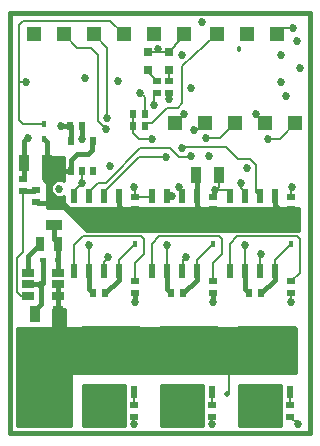
<source format=gtl>
G04 (created by PCBNEW-RS274X (2012-01-19 BZR 3256)-stable) date 9/11/2012 4:45:41 AM*
G01*
G70*
G90*
%MOIN*%
G04 Gerber Fmt 3.4, Leading zero omitted, Abs format*
%FSLAX34Y34*%
G04 APERTURE LIST*
%ADD10C,0.001000*%
%ADD11C,0.015000*%
%ADD12R,0.050000X0.050000*%
%ADD13R,0.020000X0.030000*%
%ADD14R,0.035000X0.055000*%
%ADD15R,0.055000X0.035000*%
%ADD16R,0.019700X0.015700*%
%ADD17R,0.015700X0.019700*%
%ADD18R,0.025000X0.045000*%
%ADD19R,0.020000X0.045000*%
%ADD20R,0.039400X0.027600*%
%ADD21R,0.031000X0.031000*%
%ADD22R,0.196900X0.161400*%
%ADD23R,0.019700X0.041300*%
%ADD24R,0.025000X0.020000*%
%ADD25R,0.020000X0.025000*%
%ADD26C,0.027000*%
%ADD27C,0.020000*%
%ADD28C,0.018000*%
%ADD29C,0.007000*%
%ADD30C,0.008000*%
%ADD31C,0.010000*%
G04 APERTURE END LIST*
G54D10*
G54D11*
X44016Y-40961D02*
X44016Y-54961D01*
X54016Y-40961D02*
X44016Y-40961D01*
X54016Y-54961D02*
X54016Y-40961D01*
X44016Y-54961D02*
X54016Y-54961D01*
G54D12*
X53516Y-44611D03*
X52516Y-44611D03*
X51516Y-44611D03*
X50516Y-44611D03*
X49516Y-44611D03*
X49816Y-41661D03*
X48816Y-41661D03*
X47816Y-41661D03*
X46816Y-41661D03*
X45816Y-41661D03*
X44816Y-41661D03*
X50916Y-41661D03*
X51916Y-41661D03*
X52916Y-41661D03*
G54D13*
X46041Y-46211D03*
X46791Y-46211D03*
X46041Y-45211D03*
X46416Y-46211D03*
X46791Y-45211D03*
G54D14*
X50221Y-46361D03*
X50971Y-46361D03*
X45241Y-45961D03*
X44491Y-45961D03*
G54D15*
X45496Y-48036D03*
X45496Y-47286D03*
G54D14*
X45611Y-50981D03*
X44861Y-50981D03*
G54D16*
X45120Y-49181D03*
X45632Y-49181D03*
G54D17*
X53400Y-48144D03*
X53400Y-48656D03*
X50800Y-48144D03*
X50800Y-48656D03*
X48200Y-48144D03*
X48200Y-48656D03*
X45166Y-44655D03*
X45166Y-45167D03*
G54D18*
X45036Y-48641D03*
X45636Y-48641D03*
G54D19*
X47650Y-49550D03*
X47150Y-49550D03*
X46650Y-49550D03*
X46150Y-49550D03*
X46150Y-47050D03*
X46650Y-47050D03*
X47150Y-47050D03*
X47650Y-47050D03*
X50250Y-49550D03*
X49750Y-49550D03*
X49250Y-49550D03*
X48750Y-49550D03*
X48750Y-47050D03*
X49250Y-47050D03*
X49750Y-47050D03*
X50250Y-47050D03*
X52850Y-49550D03*
X52350Y-49550D03*
X51850Y-49550D03*
X51350Y-49550D03*
X51350Y-47050D03*
X51850Y-47050D03*
X52350Y-47050D03*
X52850Y-47050D03*
G54D20*
X45616Y-49626D03*
X45616Y-50001D03*
X45616Y-50376D03*
X44616Y-50376D03*
X44616Y-50001D03*
X44616Y-49626D03*
G54D21*
X49316Y-42861D03*
X49316Y-42261D03*
X48616Y-42861D03*
X48616Y-42261D03*
G54D22*
X47400Y-52200D03*
G54D23*
X46652Y-53598D03*
X47144Y-53598D03*
X47656Y-53598D03*
X48148Y-53598D03*
G54D22*
X50000Y-52200D03*
G54D23*
X49252Y-53598D03*
X49744Y-53598D03*
X50256Y-53598D03*
X50748Y-53598D03*
G54D22*
X52600Y-52200D03*
G54D23*
X51852Y-53598D03*
X52344Y-53598D03*
X52856Y-53598D03*
X53348Y-53598D03*
G54D24*
X50800Y-47500D03*
X50800Y-47100D03*
X44456Y-46901D03*
X44456Y-46501D03*
X44896Y-47241D03*
X44896Y-46841D03*
G54D25*
X48116Y-44311D03*
X48516Y-44311D03*
G54D24*
X49316Y-43211D03*
X49316Y-43611D03*
X48916Y-43211D03*
X48916Y-43611D03*
G54D25*
X48116Y-44711D03*
X48516Y-44711D03*
G54D24*
X53400Y-47500D03*
X53400Y-47100D03*
X48200Y-47500D03*
X48200Y-47100D03*
X53400Y-50300D03*
X53400Y-49900D03*
X53366Y-54011D03*
X53366Y-54411D03*
X50800Y-50300D03*
X50800Y-49900D03*
X50766Y-54011D03*
X50766Y-54411D03*
X48200Y-50300D03*
X48200Y-49900D03*
X48166Y-54011D03*
X48166Y-54411D03*
G54D25*
X46016Y-44711D03*
X46416Y-44711D03*
X47200Y-50300D03*
X46800Y-50300D03*
X49800Y-50300D03*
X49400Y-50300D03*
X52400Y-50300D03*
X52000Y-50300D03*
G54D26*
X50066Y-43461D03*
X47366Y-46061D03*
X45666Y-46811D03*
X45716Y-44711D03*
X52616Y-45161D03*
X50666Y-45711D03*
X47616Y-43211D03*
X44566Y-43261D03*
G54D27*
X51266Y-53661D03*
G54D26*
X53216Y-43711D03*
X49216Y-45761D03*
X50066Y-45711D03*
X49666Y-46761D03*
X49416Y-47061D03*
X49766Y-45461D03*
X51716Y-46621D03*
X48766Y-45161D03*
X47266Y-44461D03*
X47216Y-44811D03*
X52216Y-44311D03*
X53066Y-43261D03*
X49766Y-42361D03*
X50866Y-46861D03*
X51916Y-46111D03*
X48166Y-46761D03*
X46416Y-46611D03*
X48366Y-43611D03*
X53416Y-46761D03*
X53066Y-42361D03*
X53450Y-41450D03*
X48966Y-42161D03*
X46416Y-45161D03*
X44616Y-45111D03*
X50416Y-41261D03*
X45066Y-50011D03*
X46516Y-43111D03*
X49316Y-43811D03*
X48816Y-44011D03*
X53400Y-50600D03*
X52400Y-49000D03*
X53616Y-54661D03*
X50800Y-50600D03*
X49900Y-49100D03*
X50766Y-54661D03*
X48200Y-50600D03*
X47300Y-49100D03*
X48166Y-54661D03*
X49816Y-44311D03*
X47166Y-54561D03*
X47766Y-54561D03*
X46566Y-54561D03*
X46566Y-54261D03*
X46866Y-54561D03*
X46866Y-54261D03*
X46566Y-53961D03*
X46866Y-53961D03*
X47166Y-53961D03*
X47466Y-53961D03*
X47166Y-54261D03*
X47766Y-53961D03*
X47766Y-54261D03*
X47466Y-54261D03*
X46650Y-48700D03*
X47466Y-54561D03*
G54D28*
X51666Y-42161D03*
G54D26*
X50066Y-53961D03*
X49166Y-54261D03*
X49166Y-54561D03*
X49466Y-54261D03*
X49766Y-54561D03*
X50066Y-54561D03*
X50366Y-54561D03*
X49466Y-54561D03*
X49166Y-53961D03*
X49466Y-53961D03*
X49766Y-53961D03*
X49766Y-54261D03*
X50366Y-53961D03*
X50366Y-54261D03*
X50066Y-54261D03*
X49250Y-48700D03*
X53600Y-41900D03*
X52666Y-54561D03*
X52966Y-54561D03*
X52666Y-53961D03*
X52066Y-54561D03*
X51766Y-54561D03*
X51766Y-53961D03*
X51766Y-54261D03*
X52966Y-53961D03*
X52966Y-54261D03*
X52666Y-54261D03*
X52366Y-54261D03*
X52066Y-54261D03*
X52366Y-53961D03*
X52066Y-53961D03*
X52366Y-54561D03*
X51850Y-48700D03*
X53700Y-42800D03*
X50166Y-44861D03*
X50566Y-45111D03*
G54D11*
X44470Y-46864D02*
X44456Y-46878D01*
G54D29*
X48493Y-44711D02*
X48493Y-44684D01*
G54D11*
X46041Y-44736D02*
X46016Y-44711D01*
X46016Y-44711D02*
X45716Y-44711D01*
G54D30*
X53066Y-45111D02*
X53516Y-44611D01*
X53016Y-45161D02*
X53066Y-45111D01*
X52616Y-45161D02*
X53016Y-45161D01*
G54D11*
X46041Y-45211D02*
X46041Y-44736D01*
G54D30*
X45166Y-44655D02*
X44460Y-44655D01*
X44316Y-43261D02*
X44316Y-41361D01*
X46866Y-41211D02*
X47366Y-41211D01*
X44466Y-41211D02*
X46866Y-41211D01*
X44316Y-41361D02*
X44466Y-41211D01*
X44316Y-43261D02*
X44566Y-43261D01*
X44316Y-44511D02*
X44316Y-43261D01*
X47366Y-41211D02*
X47816Y-41661D01*
X44460Y-44655D02*
X44316Y-44511D01*
G54D11*
X52850Y-47050D02*
X52856Y-47056D01*
X46041Y-46211D02*
X45491Y-46211D01*
X45241Y-45242D02*
X45166Y-45167D01*
X50250Y-47050D02*
X50250Y-47375D01*
X46766Y-45236D02*
X46766Y-45461D01*
X50352Y-47477D02*
X50800Y-47477D01*
X48200Y-47477D02*
X48200Y-48144D01*
X46616Y-45661D02*
X46266Y-45661D01*
X47650Y-47375D02*
X47752Y-47477D01*
X50800Y-47477D02*
X50800Y-48144D01*
X47752Y-47477D02*
X48200Y-47477D01*
X46791Y-45211D02*
X46766Y-45236D01*
X50250Y-47375D02*
X50352Y-47477D01*
X52972Y-47477D02*
X53400Y-47477D01*
X52856Y-47056D02*
X52856Y-47361D01*
X46766Y-45511D02*
X46616Y-45661D01*
X50221Y-46361D02*
X50250Y-46390D01*
X46066Y-46186D02*
X46041Y-46211D01*
X46766Y-45461D02*
X46766Y-45511D01*
X46266Y-45661D02*
X46066Y-45861D01*
X44896Y-47241D02*
X44941Y-47286D01*
X44941Y-47286D02*
X45496Y-47286D01*
X45491Y-46211D02*
X45241Y-45961D01*
X50250Y-46390D02*
X50250Y-47050D01*
X52856Y-47361D02*
X52972Y-47477D01*
X47650Y-47050D02*
X47650Y-47375D01*
X53400Y-47477D02*
X53400Y-48144D01*
X45241Y-45961D02*
X45241Y-45242D01*
X46066Y-45861D02*
X46066Y-46186D01*
X45616Y-50376D02*
X45616Y-50001D01*
G54D30*
X51316Y-52211D02*
X51316Y-53611D01*
X52600Y-52200D02*
X52589Y-52211D01*
X51316Y-53611D02*
X51266Y-53661D01*
G54D11*
X45611Y-50981D02*
X45611Y-50381D01*
X45611Y-50381D02*
X45616Y-50376D01*
G54D30*
X52589Y-52211D02*
X51316Y-52211D01*
X48316Y-45761D02*
X49216Y-45761D01*
X47150Y-46927D02*
X48316Y-45761D01*
X47150Y-47050D02*
X47150Y-46927D01*
G54D29*
X47150Y-46900D02*
X47150Y-47050D01*
X46966Y-46611D02*
X47216Y-46611D01*
G54D30*
X48366Y-45461D02*
X49366Y-45461D01*
X47616Y-46211D02*
X48066Y-45761D01*
X48066Y-45761D02*
X48166Y-45661D01*
X50016Y-45761D02*
X49666Y-45761D01*
X50066Y-45711D02*
X50016Y-45761D01*
G54D29*
X46650Y-46927D02*
X46650Y-47050D01*
G54D30*
X49366Y-45461D02*
X49666Y-45761D01*
G54D29*
X47216Y-46611D02*
X47616Y-46211D01*
G54D30*
X48166Y-45661D02*
X48366Y-45461D01*
G54D29*
X46650Y-46927D02*
X46966Y-46611D01*
G54D30*
X49750Y-47050D02*
X49750Y-46895D01*
X49666Y-46811D02*
X49666Y-46761D01*
X49750Y-46895D02*
X49666Y-46811D01*
X49261Y-47061D02*
X49416Y-47061D01*
X49250Y-47050D02*
X49261Y-47061D01*
X50366Y-45411D02*
X50366Y-45411D01*
G54D29*
X52216Y-46916D02*
X52350Y-47050D01*
X52016Y-45811D02*
X52216Y-46011D01*
X51616Y-45811D02*
X52016Y-45811D01*
X52216Y-46011D02*
X52216Y-46916D01*
G54D30*
X50366Y-45411D02*
X51216Y-45411D01*
X49766Y-45461D02*
X49816Y-45411D01*
X49816Y-45411D02*
X50366Y-45411D01*
X51216Y-45411D02*
X51616Y-45811D01*
X51850Y-47050D02*
X51850Y-46915D01*
X51850Y-46915D02*
X51716Y-46781D01*
X51716Y-46781D02*
X51716Y-46621D01*
X48116Y-44961D02*
X48116Y-44711D01*
X48316Y-45161D02*
X48116Y-44961D01*
X48766Y-45161D02*
X48316Y-45161D01*
X48116Y-44311D02*
X48116Y-44711D01*
X47266Y-44461D02*
X47266Y-42111D01*
X47266Y-42111D02*
X46816Y-41661D01*
X46716Y-42111D02*
X46266Y-42111D01*
X46966Y-42361D02*
X46716Y-42111D01*
X46266Y-42111D02*
X45816Y-41661D01*
X46966Y-44561D02*
X46966Y-42361D01*
X47216Y-44811D02*
X46966Y-44561D01*
X52216Y-44311D02*
X52516Y-44611D01*
X50800Y-46927D02*
X50800Y-47100D01*
X50971Y-46361D02*
X50971Y-46756D01*
X50800Y-46927D02*
X50866Y-46861D01*
X50866Y-46861D02*
X51161Y-46861D01*
X50971Y-46756D02*
X50866Y-46861D01*
G54D11*
X44456Y-45996D02*
X44491Y-45961D01*
G54D30*
X51266Y-46861D02*
X51350Y-46945D01*
X51161Y-46861D02*
X51266Y-46861D01*
X48750Y-47050D02*
X48700Y-47100D01*
X49516Y-42011D02*
X49816Y-41711D01*
G54D11*
X45120Y-49181D02*
X45120Y-49957D01*
G54D30*
X48200Y-46845D02*
X48166Y-46811D01*
X48166Y-46811D02*
X48166Y-46761D01*
X48200Y-46845D02*
X48200Y-47100D01*
X46150Y-47050D02*
X46150Y-46877D01*
X46416Y-46611D02*
X46416Y-46211D01*
X46150Y-46877D02*
X46416Y-46611D01*
X48700Y-47100D02*
X48200Y-47100D01*
X48516Y-43761D02*
X48366Y-43611D01*
G54D11*
X45056Y-50001D02*
X45066Y-50011D01*
X45066Y-50661D02*
X45066Y-50011D01*
X44456Y-46501D02*
X44491Y-46466D01*
X44861Y-50866D02*
X44861Y-50981D01*
G54D30*
X49316Y-42261D02*
X49516Y-42061D01*
X53127Y-41450D02*
X52916Y-41661D01*
X53400Y-46777D02*
X53416Y-46761D01*
G54D11*
X44861Y-50866D02*
X45066Y-50661D01*
G54D30*
X49516Y-42061D02*
X49516Y-42011D01*
G54D11*
X46416Y-44711D02*
X46416Y-45161D01*
X44491Y-46466D02*
X44491Y-45961D01*
G54D30*
X53450Y-41450D02*
X53127Y-41450D01*
G54D11*
X44616Y-50001D02*
X45056Y-50001D01*
G54D30*
X49816Y-41711D02*
X49816Y-41661D01*
G54D11*
X45120Y-49957D02*
X45066Y-50011D01*
G54D30*
X53400Y-47100D02*
X53400Y-46777D01*
X51350Y-46945D02*
X51350Y-47050D01*
G54D11*
X44491Y-45236D02*
X44616Y-45111D01*
G54D30*
X49066Y-42261D02*
X48966Y-42161D01*
X48866Y-42261D02*
X48966Y-42161D01*
X48616Y-42261D02*
X48866Y-42261D01*
X49316Y-42261D02*
X49066Y-42261D01*
X48516Y-43761D02*
X48516Y-44311D01*
G54D11*
X50800Y-47100D02*
X50796Y-47096D01*
X44491Y-45961D02*
X44491Y-45236D01*
G54D30*
X49316Y-43811D02*
X49316Y-43611D01*
X48816Y-43711D02*
X48916Y-43611D01*
X48816Y-44011D02*
X48816Y-43711D01*
X49316Y-42861D02*
X49316Y-43211D01*
X48916Y-43211D02*
X48616Y-42911D01*
X48616Y-42911D02*
X48616Y-42861D01*
G54D11*
X44616Y-49061D02*
X44616Y-49626D01*
X45036Y-48641D02*
X44616Y-49061D01*
G54D30*
X51350Y-49550D02*
X51350Y-48650D01*
X53677Y-49623D02*
X53400Y-49900D01*
X51350Y-48650D02*
X51600Y-48400D01*
X53700Y-48500D02*
X53700Y-49623D01*
X51600Y-48400D02*
X53600Y-48400D01*
X53600Y-48400D02*
X53700Y-48500D01*
X53700Y-49623D02*
X53677Y-49623D01*
X50803Y-49897D02*
X50800Y-49900D01*
X48753Y-48647D02*
X48753Y-49547D01*
X49000Y-48400D02*
X51000Y-48400D01*
X51000Y-48400D02*
X51100Y-48500D01*
X50803Y-49297D02*
X50803Y-49897D01*
X51100Y-48500D02*
X51100Y-49000D01*
X50803Y-49297D02*
X50800Y-49300D01*
X48753Y-49547D02*
X48750Y-49550D01*
X48750Y-48650D02*
X48753Y-48647D01*
X51100Y-49000D02*
X50803Y-49297D01*
X48753Y-48647D02*
X49000Y-48400D01*
X53366Y-53616D02*
X53348Y-53598D01*
X53366Y-54011D02*
X53366Y-53616D01*
G54D11*
X50250Y-49850D02*
X49800Y-50300D01*
G54D30*
X50250Y-49550D02*
X50250Y-49206D01*
X50250Y-49206D02*
X50800Y-48656D01*
G54D11*
X50250Y-49550D02*
X50250Y-49850D01*
G54D30*
X53400Y-50300D02*
X53400Y-50600D01*
X52350Y-49050D02*
X52350Y-49550D01*
X53366Y-54411D02*
X53616Y-54661D01*
X52350Y-49050D02*
X52400Y-49000D01*
G54D11*
X50800Y-50300D02*
X50800Y-50600D01*
G54D30*
X50766Y-53616D02*
X50748Y-53598D01*
X50766Y-54011D02*
X50766Y-53616D01*
X49800Y-49500D02*
X49750Y-49550D01*
X49800Y-49200D02*
X49800Y-49500D01*
X49900Y-49100D02*
X49800Y-49200D01*
X50766Y-54411D02*
X50766Y-54661D01*
G54D11*
X48200Y-50300D02*
X48200Y-50600D01*
G54D30*
X48166Y-54011D02*
X48166Y-53616D01*
X48166Y-53616D02*
X48148Y-53598D01*
X47150Y-49250D02*
X47150Y-49550D01*
X48166Y-54411D02*
X48166Y-54661D01*
X47153Y-49247D02*
X47150Y-49250D01*
X47300Y-49100D02*
X47153Y-49247D01*
G54D11*
X52850Y-49550D02*
X52850Y-49850D01*
G54D30*
X52856Y-49200D02*
X52856Y-49544D01*
X52856Y-49200D02*
X53400Y-48656D01*
X52856Y-49544D02*
X52850Y-49550D01*
X52850Y-49206D02*
X52856Y-49200D01*
G54D11*
X52850Y-49850D02*
X52400Y-50300D01*
G54D30*
X47650Y-49206D02*
X48200Y-48656D01*
X47650Y-49550D02*
X47650Y-49206D01*
G54D11*
X47650Y-49550D02*
X47650Y-49850D01*
X47650Y-49850D02*
X47200Y-50300D01*
X44836Y-46901D02*
X44456Y-46901D01*
G54D30*
X44381Y-50376D02*
X44266Y-50261D01*
X44266Y-49111D02*
X44456Y-48921D01*
X44266Y-50261D02*
X44266Y-49111D01*
X44381Y-50376D02*
X44616Y-50376D01*
G54D11*
X44896Y-46841D02*
X44836Y-46901D01*
G54D30*
X44456Y-46901D02*
X44456Y-48921D01*
G54D11*
X45496Y-48501D02*
X45496Y-48036D01*
X45616Y-49197D02*
X45632Y-49181D01*
X45632Y-48645D02*
X45632Y-49181D01*
X45636Y-48641D02*
X45496Y-48501D01*
X45636Y-48641D02*
X45632Y-48645D01*
X45616Y-49626D02*
X45616Y-49197D01*
G54D30*
X48200Y-49300D02*
X48200Y-49900D01*
X46153Y-48697D02*
X46450Y-48400D01*
X46153Y-48697D02*
X46150Y-48700D01*
X48400Y-48400D02*
X48500Y-48500D01*
X46450Y-48400D02*
X48400Y-48400D01*
X46150Y-48700D02*
X46150Y-49550D01*
X48500Y-48500D02*
X48500Y-49000D01*
X48500Y-49000D02*
X48203Y-49297D01*
X48203Y-49297D02*
X48200Y-49300D01*
X49516Y-44611D02*
X49816Y-44311D01*
X49516Y-44611D02*
X49566Y-44661D01*
X47166Y-54261D02*
X46866Y-54261D01*
X46866Y-54561D02*
X47166Y-54561D01*
X46652Y-53598D02*
X46652Y-53925D01*
X47466Y-54561D02*
X47766Y-54561D01*
X46566Y-54261D02*
X46566Y-54561D01*
X46616Y-53961D02*
X46566Y-53961D01*
X47466Y-53961D02*
X47766Y-53961D01*
X46866Y-53961D02*
X47166Y-53961D01*
X47766Y-54261D02*
X47466Y-54261D01*
G54D11*
X46650Y-49550D02*
X46650Y-50150D01*
G54D30*
X46652Y-53925D02*
X46616Y-53961D01*
X46800Y-50277D02*
X46800Y-50300D01*
G54D29*
X46650Y-49550D02*
X46650Y-48700D01*
G54D11*
X46650Y-50150D02*
X46800Y-50300D01*
G54D30*
X49166Y-54261D02*
X49166Y-54561D01*
X49466Y-54561D02*
X49766Y-54561D01*
X50066Y-54561D02*
X50366Y-54561D01*
X49252Y-53598D02*
X49252Y-53875D01*
X49466Y-53961D02*
X49766Y-53961D01*
X50066Y-53961D02*
X50366Y-53961D01*
X50366Y-54261D02*
X50066Y-54261D01*
X49766Y-54261D02*
X49466Y-54261D01*
G54D11*
X49250Y-50150D02*
X49400Y-50300D01*
G54D30*
X49250Y-49550D02*
X49250Y-49695D01*
G54D29*
X49250Y-49550D02*
X49250Y-48700D01*
G54D11*
X49250Y-49550D02*
X49250Y-50150D01*
G54D30*
X49252Y-53875D02*
X49166Y-53961D01*
X52666Y-54561D02*
X52966Y-54561D01*
X51852Y-53598D02*
X51852Y-53875D01*
X51852Y-53875D02*
X51766Y-53961D01*
X52066Y-54561D02*
X52366Y-54561D01*
X52666Y-53961D02*
X52966Y-53961D01*
X52966Y-54261D02*
X52666Y-54261D01*
X52366Y-54261D02*
X52066Y-54261D01*
X52066Y-53961D02*
X52366Y-53961D01*
X51766Y-54261D02*
X51766Y-54561D01*
G54D29*
X51850Y-49550D02*
X51850Y-48700D01*
G54D11*
X51850Y-49550D02*
X51850Y-50150D01*
X51850Y-50150D02*
X52000Y-50300D01*
G54D30*
X49616Y-44111D02*
X49266Y-44111D01*
X48766Y-44611D02*
X48616Y-44611D01*
X49266Y-44111D02*
X48766Y-44611D01*
X48616Y-44611D02*
X48516Y-44711D01*
G54D29*
X49616Y-44111D02*
X49766Y-43961D01*
X50916Y-41661D02*
X49766Y-42734D01*
X49766Y-43961D02*
X49766Y-42734D01*
G54D30*
X50266Y-44861D02*
X50166Y-44861D01*
X50516Y-44611D02*
X50266Y-44861D01*
X50566Y-45111D02*
X51016Y-45111D01*
X51516Y-44611D02*
X51016Y-45111D01*
G54D31*
X51650Y-53350D02*
X53050Y-53350D01*
X51650Y-53430D02*
X53050Y-53430D01*
X51650Y-53510D02*
X53050Y-53510D01*
X51650Y-53590D02*
X53050Y-53590D01*
X51650Y-53670D02*
X53050Y-53670D01*
X51650Y-53750D02*
X53050Y-53750D01*
X51650Y-53830D02*
X53050Y-53830D01*
X51650Y-53910D02*
X53050Y-53910D01*
X51650Y-53990D02*
X53050Y-53990D01*
X51650Y-54070D02*
X53050Y-54070D01*
X51650Y-54150D02*
X53050Y-54150D01*
X51650Y-54230D02*
X53050Y-54230D01*
X51650Y-54310D02*
X53050Y-54310D01*
X51650Y-54390D02*
X53050Y-54390D01*
X51650Y-54470D02*
X53050Y-54470D01*
X51650Y-54550D02*
X53050Y-54550D01*
X51650Y-54630D02*
X53050Y-54630D01*
X51650Y-54710D02*
X53050Y-54710D01*
X53050Y-54736D02*
X51650Y-54736D01*
X51650Y-53350D01*
X53050Y-53350D01*
X53050Y-54736D01*
X49050Y-53350D02*
X50450Y-53350D01*
X49050Y-53430D02*
X50450Y-53430D01*
X49050Y-53510D02*
X50450Y-53510D01*
X49050Y-53590D02*
X50450Y-53590D01*
X49050Y-53670D02*
X50450Y-53670D01*
X49050Y-53750D02*
X50450Y-53750D01*
X49050Y-53830D02*
X50450Y-53830D01*
X49050Y-53910D02*
X50450Y-53910D01*
X49050Y-53990D02*
X50450Y-53990D01*
X49050Y-54070D02*
X50450Y-54070D01*
X49050Y-54150D02*
X50450Y-54150D01*
X49050Y-54230D02*
X50450Y-54230D01*
X49050Y-54310D02*
X50450Y-54310D01*
X49050Y-54390D02*
X50450Y-54390D01*
X49050Y-54470D02*
X50450Y-54470D01*
X49050Y-54550D02*
X50450Y-54550D01*
X49050Y-54630D02*
X50450Y-54630D01*
X49050Y-54710D02*
X50450Y-54710D01*
X50450Y-54736D02*
X49050Y-54736D01*
X49050Y-53350D01*
X50450Y-53350D01*
X50450Y-54736D01*
X46450Y-53350D02*
X47850Y-53350D01*
X46450Y-53430D02*
X47850Y-53430D01*
X46450Y-53510D02*
X47850Y-53510D01*
X46450Y-53590D02*
X47850Y-53590D01*
X46450Y-53670D02*
X47850Y-53670D01*
X46450Y-53750D02*
X47850Y-53750D01*
X46450Y-53830D02*
X47850Y-53830D01*
X46450Y-53910D02*
X47850Y-53910D01*
X46450Y-53990D02*
X47850Y-53990D01*
X46450Y-54070D02*
X47850Y-54070D01*
X46450Y-54150D02*
X47850Y-54150D01*
X46450Y-54230D02*
X47850Y-54230D01*
X46450Y-54310D02*
X47850Y-54310D01*
X46450Y-54390D02*
X47850Y-54390D01*
X46450Y-54470D02*
X47850Y-54470D01*
X46450Y-54550D02*
X47850Y-54550D01*
X46450Y-54630D02*
X47850Y-54630D01*
X46450Y-54710D02*
X47850Y-54710D01*
X47850Y-54736D02*
X46450Y-54736D01*
X46450Y-53350D01*
X47850Y-53350D01*
X47850Y-54736D01*
X45450Y-50838D02*
X45850Y-50838D01*
X45450Y-50918D02*
X45850Y-50918D01*
X45450Y-50998D02*
X45850Y-50998D01*
X45450Y-51078D02*
X45850Y-51078D01*
X45450Y-51158D02*
X45850Y-51158D01*
X45450Y-51238D02*
X45850Y-51238D01*
X45450Y-51318D02*
X45850Y-51318D01*
X45450Y-51398D02*
X45850Y-51398D01*
X44250Y-51478D02*
X53550Y-51478D01*
X44250Y-51558D02*
X53550Y-51558D01*
X44250Y-51638D02*
X53550Y-51638D01*
X44250Y-51718D02*
X53550Y-51718D01*
X44250Y-51798D02*
X53550Y-51798D01*
X44250Y-51878D02*
X53550Y-51878D01*
X44250Y-51958D02*
X53550Y-51958D01*
X44250Y-52038D02*
X53550Y-52038D01*
X44250Y-52118D02*
X53550Y-52118D01*
X44250Y-52198D02*
X53550Y-52198D01*
X44250Y-52278D02*
X53550Y-52278D01*
X44250Y-52358D02*
X53550Y-52358D01*
X44250Y-52438D02*
X53550Y-52438D01*
X44250Y-52518D02*
X53550Y-52518D01*
X44250Y-52598D02*
X53550Y-52598D01*
X44250Y-52678D02*
X53550Y-52678D01*
X44250Y-52758D02*
X53550Y-52758D01*
X44250Y-52838D02*
X53550Y-52838D01*
X44250Y-52918D02*
X53550Y-52918D01*
X44250Y-52998D02*
X46050Y-52998D01*
X44250Y-53078D02*
X46050Y-53078D01*
X44250Y-53158D02*
X46050Y-53158D01*
X44250Y-53238D02*
X46050Y-53238D01*
X44250Y-53318D02*
X46050Y-53318D01*
X44250Y-53398D02*
X46050Y-53398D01*
X44250Y-53478D02*
X46050Y-53478D01*
X44250Y-53558D02*
X46050Y-53558D01*
X44250Y-53638D02*
X46050Y-53638D01*
X44250Y-53718D02*
X46050Y-53718D01*
X44250Y-53798D02*
X46050Y-53798D01*
X44250Y-53878D02*
X46050Y-53878D01*
X44250Y-53958D02*
X46050Y-53958D01*
X44250Y-54038D02*
X46050Y-54038D01*
X44250Y-54118D02*
X46050Y-54118D01*
X44250Y-54198D02*
X46050Y-54198D01*
X44250Y-54278D02*
X46050Y-54278D01*
X44250Y-54358D02*
X46050Y-54358D01*
X44250Y-54438D02*
X46050Y-54438D01*
X44250Y-54518D02*
X46050Y-54518D01*
X44250Y-54598D02*
X46050Y-54598D01*
X44250Y-54678D02*
X46050Y-54678D01*
X53550Y-52950D02*
X46050Y-52950D01*
X46050Y-54736D01*
X44250Y-54736D01*
X44250Y-51450D01*
X45450Y-51450D01*
X45450Y-50838D01*
X45850Y-50838D01*
X45850Y-51450D01*
X53550Y-51450D01*
X53550Y-52950D01*
G54D10*
G36*
X53666Y-48211D02*
X53605Y-48211D01*
X53600Y-48210D01*
X51600Y-48210D01*
X51594Y-48211D01*
X51005Y-48211D01*
X51000Y-48210D01*
X49000Y-48210D01*
X48994Y-48211D01*
X48405Y-48211D01*
X48400Y-48210D01*
X46586Y-48210D01*
X45837Y-47461D01*
X45266Y-47461D01*
X45266Y-46640D01*
X45116Y-46490D01*
X45116Y-45761D01*
X45816Y-45761D01*
X45816Y-46566D01*
X45723Y-46527D01*
X45610Y-46527D01*
X45506Y-46570D01*
X45426Y-46650D01*
X45382Y-46754D01*
X45382Y-46867D01*
X45425Y-46971D01*
X45505Y-47051D01*
X45609Y-47095D01*
X45722Y-47095D01*
X45816Y-47056D01*
X45816Y-47282D01*
X45995Y-47461D01*
X53666Y-47461D01*
X53666Y-48211D01*
X53666Y-48211D01*
G37*
G54D31*
X53666Y-48211D02*
X53605Y-48211D01*
X53600Y-48210D01*
X51600Y-48210D01*
X51594Y-48211D01*
X51005Y-48211D01*
X51000Y-48210D01*
X49000Y-48210D01*
X48994Y-48211D01*
X48405Y-48211D01*
X48400Y-48210D01*
X46586Y-48210D01*
X45837Y-47461D01*
X45266Y-47461D01*
X45266Y-46640D01*
X45116Y-46490D01*
X45116Y-45761D01*
X45816Y-45761D01*
X45816Y-46566D01*
X45723Y-46527D01*
X45610Y-46527D01*
X45506Y-46570D01*
X45426Y-46650D01*
X45382Y-46754D01*
X45382Y-46867D01*
X45425Y-46971D01*
X45505Y-47051D01*
X45609Y-47095D01*
X45722Y-47095D01*
X45816Y-47056D01*
X45816Y-47282D01*
X45995Y-47461D01*
X53666Y-47461D01*
X53666Y-48211D01*
M02*

</source>
